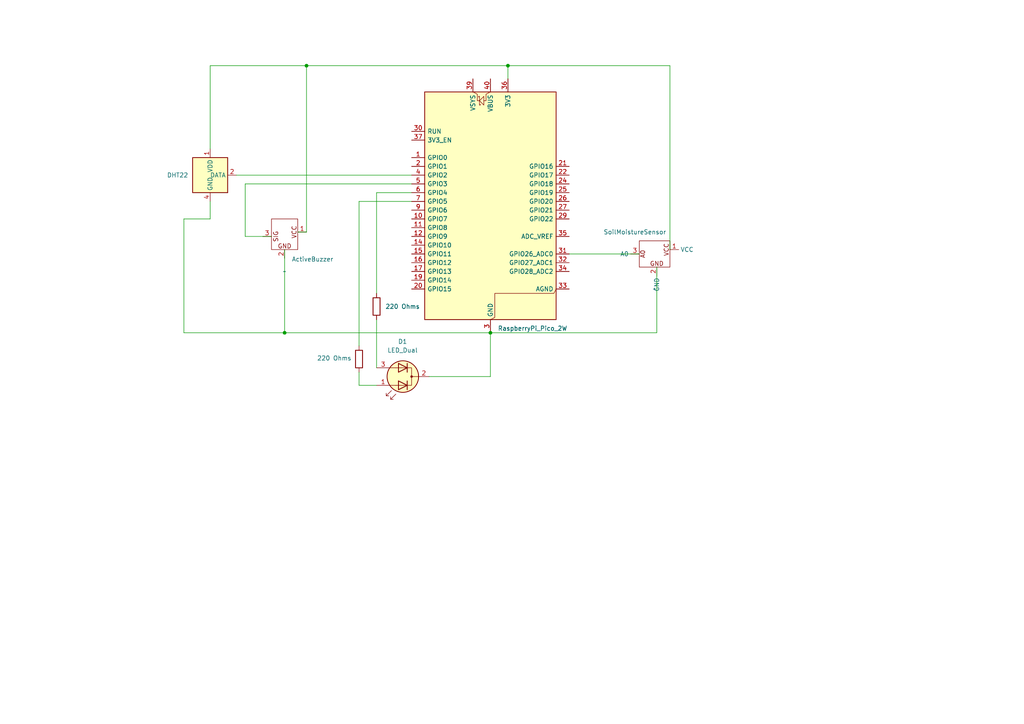
<source format=kicad_sch>
(kicad_sch
	(version 20250114)
	(generator "eeschema")
	(generator_version "9.0")
	(uuid "97066d96-3a5c-43ba-84c6-5717684edf6f")
	(paper "A4")
	(lib_symbols
		(symbol "Device:LED_Dual_AKA"
			(pin_names
				(offset 0)
				(hide yes)
			)
			(exclude_from_sim no)
			(in_bom yes)
			(on_board yes)
			(property "Reference" "D"
				(at 0 5.715 0)
				(effects
					(font
						(size 1.27 1.27)
					)
				)
			)
			(property "Value" "LED_Dual_AKA"
				(at 0 -6.35 0)
				(effects
					(font
						(size 1.27 1.27)
					)
				)
			)
			(property "Footprint" ""
				(at 0 0 0)
				(effects
					(font
						(size 1.27 1.27)
					)
					(hide yes)
				)
			)
			(property "Datasheet" "~"
				(at 0 0 0)
				(effects
					(font
						(size 1.27 1.27)
					)
					(hide yes)
				)
			)
			(property "Description" "Dual LED, common cathode on pin 2"
				(at 0 0 0)
				(effects
					(font
						(size 1.27 1.27)
					)
					(hide yes)
				)
			)
			(property "ki_keywords" "LED diode bicolor dual"
				(at 0 0 0)
				(effects
					(font
						(size 1.27 1.27)
					)
					(hide yes)
				)
			)
			(property "ki_fp_filters" "LED* LED_SMD:* LED_THT:*"
				(at 0 0 0)
				(effects
					(font
						(size 1.27 1.27)
					)
					(hide yes)
				)
			)
			(symbol "LED_Dual_AKA_0_1"
				(polyline
					(pts
						(xy -4.572 0) (xy -2.54 0)
					)
					(stroke
						(width 0)
						(type default)
					)
					(fill
						(type none)
					)
				)
				(circle
					(center -2.54 0)
					(radius 0.2794)
					(stroke
						(width 0)
						(type default)
					)
					(fill
						(type outline)
					)
				)
				(polyline
					(pts
						(xy -1.27 1.27) (xy -1.27 3.81)
					)
					(stroke
						(width 0.254)
						(type default)
					)
					(fill
						(type none)
					)
				)
				(polyline
					(pts
						(xy -1.27 -1.27) (xy -1.27 -3.81)
					)
					(stroke
						(width 0.254)
						(type default)
					)
					(fill
						(type none)
					)
				)
				(circle
					(center 0 0)
					(radius 4.572)
					(stroke
						(width 0.254)
						(type default)
					)
					(fill
						(type background)
					)
				)
				(polyline
					(pts
						(xy 1.27 1.27) (xy 1.27 3.81) (xy -1.27 2.54) (xy 1.27 1.27)
					)
					(stroke
						(width 0.254)
						(type default)
					)
					(fill
						(type none)
					)
				)
				(polyline
					(pts
						(xy 1.27 -3.81) (xy 1.27 -1.27) (xy -1.27 -2.54) (xy 1.27 -3.81)
					)
					(stroke
						(width 0.254)
						(type default)
					)
					(fill
						(type none)
					)
				)
				(polyline
					(pts
						(xy 2.032 5.08) (xy 3.556 6.604) (xy 2.794 6.604) (xy 3.556 6.604) (xy 3.556 5.842)
					)
					(stroke
						(width 0)
						(type default)
					)
					(fill
						(type none)
					)
				)
				(polyline
					(pts
						(xy 2.032 2.54) (xy -2.54 2.54) (xy -2.54 -2.54) (xy 2.032 -2.54)
					)
					(stroke
						(width 0)
						(type default)
					)
					(fill
						(type none)
					)
				)
				(polyline
					(pts
						(xy 3.302 4.064) (xy 4.826 5.588) (xy 4.064 5.588) (xy 4.826 5.588) (xy 4.826 4.826)
					)
					(stroke
						(width 0)
						(type default)
					)
					(fill
						(type none)
					)
				)
				(polyline
					(pts
						(xy 3.81 2.54) (xy 1.905 2.54)
					)
					(stroke
						(width 0)
						(type default)
					)
					(fill
						(type none)
					)
				)
				(polyline
					(pts
						(xy 3.81 -2.54) (xy 1.905 -2.54)
					)
					(stroke
						(width 0)
						(type default)
					)
					(fill
						(type none)
					)
				)
			)
			(symbol "LED_Dual_AKA_1_1"
				(pin input line
					(at -7.62 0 0)
					(length 3.048)
					(name "K"
						(effects
							(font
								(size 1.27 1.27)
							)
						)
					)
					(number "2"
						(effects
							(font
								(size 1.27 1.27)
							)
						)
					)
				)
				(pin input line
					(at 7.62 2.54 180)
					(length 3.81)
					(name "A1"
						(effects
							(font
								(size 1.27 1.27)
							)
						)
					)
					(number "1"
						(effects
							(font
								(size 1.27 1.27)
							)
						)
					)
				)
				(pin input line
					(at 7.62 -2.54 180)
					(length 3.81)
					(name "A2"
						(effects
							(font
								(size 1.27 1.27)
							)
						)
					)
					(number "3"
						(effects
							(font
								(size 1.27 1.27)
							)
						)
					)
				)
			)
			(embedded_fonts no)
		)
		(symbol "Device:R"
			(pin_numbers
				(hide yes)
			)
			(pin_names
				(offset 0)
			)
			(exclude_from_sim no)
			(in_bom yes)
			(on_board yes)
			(property "Reference" "R"
				(at 2.032 0 90)
				(effects
					(font
						(size 1.27 1.27)
					)
				)
			)
			(property "Value" "R"
				(at 0 0 90)
				(effects
					(font
						(size 1.27 1.27)
					)
				)
			)
			(property "Footprint" ""
				(at -1.778 0 90)
				(effects
					(font
						(size 1.27 1.27)
					)
					(hide yes)
				)
			)
			(property "Datasheet" "~"
				(at 0 0 0)
				(effects
					(font
						(size 1.27 1.27)
					)
					(hide yes)
				)
			)
			(property "Description" "Resistor"
				(at 0 0 0)
				(effects
					(font
						(size 1.27 1.27)
					)
					(hide yes)
				)
			)
			(property "ki_keywords" "R res resistor"
				(at 0 0 0)
				(effects
					(font
						(size 1.27 1.27)
					)
					(hide yes)
				)
			)
			(property "ki_fp_filters" "R_*"
				(at 0 0 0)
				(effects
					(font
						(size 1.27 1.27)
					)
					(hide yes)
				)
			)
			(symbol "R_0_1"
				(rectangle
					(start -1.016 -2.54)
					(end 1.016 2.54)
					(stroke
						(width 0.254)
						(type default)
					)
					(fill
						(type none)
					)
				)
			)
			(symbol "R_1_1"
				(pin passive line
					(at 0 3.81 270)
					(length 1.27)
					(name "~"
						(effects
							(font
								(size 1.27 1.27)
							)
						)
					)
					(number "1"
						(effects
							(font
								(size 1.27 1.27)
							)
						)
					)
				)
				(pin passive line
					(at 0 -3.81 90)
					(length 1.27)
					(name "~"
						(effects
							(font
								(size 1.27 1.27)
							)
						)
					)
					(number "2"
						(effects
							(font
								(size 1.27 1.27)
							)
						)
					)
				)
			)
			(embedded_fonts no)
		)
		(symbol "MCU_Module:RaspberryPi_Pico_W"
			(pin_names
				(offset 0.762)
			)
			(exclude_from_sim no)
			(in_bom yes)
			(on_board yes)
			(property "Reference" "A"
				(at -19.05 35.56 0)
				(effects
					(font
						(size 1.27 1.27)
					)
					(justify left)
				)
			)
			(property "Value" "RaspberryPi_Pico_W"
				(at 7.62 35.56 0)
				(effects
					(font
						(size 1.27 1.27)
					)
					(justify left)
				)
			)
			(property "Footprint" "Module:RaspberryPi_Pico_W_SMD_HandSolder"
				(at 0 -46.99 0)
				(effects
					(font
						(size 1.27 1.27)
					)
					(hide yes)
				)
			)
			(property "Datasheet" "https://datasheets.raspberrypi.com/picow/pico-w-datasheet.pdf"
				(at 0 -49.53 0)
				(effects
					(font
						(size 1.27 1.27)
					)
					(hide yes)
				)
			)
			(property "Description" "Versatile and inexpensive wireless microcontroller module powered by RP2040 dual-core Arm Cortex-M0+ processor up to 133 MHz, 264kB SRAM, 2MB QSPI flash, Infineon CYW43439 2.4GHz 802.11n wireless LAN; also supports Raspberry Pi Pico 2 W"
				(at 0 -52.07 0)
				(effects
					(font
						(size 1.27 1.27)
					)
					(hide yes)
				)
			)
			(property "ki_keywords" "RP2350A M33 RISC-V Hazard3 usb wifi bluetooth"
				(at 0 0 0)
				(effects
					(font
						(size 1.27 1.27)
					)
					(hide yes)
				)
			)
			(property "ki_fp_filters" "RaspberryPi?Pico?Common* RaspberryPi?Pico?W?SMD*"
				(at 0 0 0)
				(effects
					(font
						(size 1.27 1.27)
					)
					(hide yes)
				)
			)
			(symbol "RaspberryPi_Pico_W_0_1"
				(rectangle
					(start -19.05 34.29)
					(end 19.05 -31.75)
					(stroke
						(width 0.254)
						(type default)
					)
					(fill
						(type background)
					)
				)
				(polyline
					(pts
						(xy -5.08 34.29) (xy -3.81 33.655) (xy -3.81 31.75) (xy -3.175 31.75)
					)
					(stroke
						(width 0)
						(type default)
					)
					(fill
						(type none)
					)
				)
				(polyline
					(pts
						(xy -3.429 32.766) (xy -3.429 33.02) (xy -3.175 33.02) (xy -3.175 30.48) (xy -2.921 30.48) (xy -2.921 30.734)
					)
					(stroke
						(width 0)
						(type default)
					)
					(fill
						(type none)
					)
				)
				(polyline
					(pts
						(xy -3.175 31.75) (xy -1.905 33.02) (xy -1.905 30.48) (xy -3.175 31.75)
					)
					(stroke
						(width 0)
						(type default)
					)
					(fill
						(type none)
					)
				)
				(polyline
					(pts
						(xy 0 34.29) (xy -1.27 33.655) (xy -1.27 31.75) (xy -1.905 31.75)
					)
					(stroke
						(width 0)
						(type default)
					)
					(fill
						(type none)
					)
				)
				(polyline
					(pts
						(xy 0 -31.75) (xy 1.27 -31.115) (xy 1.27 -24.13) (xy 18.415 -24.13) (xy 19.05 -22.86)
					)
					(stroke
						(width 0)
						(type default)
					)
					(fill
						(type none)
					)
				)
			)
			(symbol "RaspberryPi_Pico_W_1_1"
				(pin passive line
					(at -22.86 22.86 0)
					(length 3.81)
					(name "RUN"
						(effects
							(font
								(size 1.27 1.27)
							)
						)
					)
					(number "30"
						(effects
							(font
								(size 1.27 1.27)
							)
						)
					)
					(alternate "~{RESET}" passive line)
				)
				(pin passive line
					(at -22.86 20.32 0)
					(length 3.81)
					(name "3V3_EN"
						(effects
							(font
								(size 1.27 1.27)
							)
						)
					)
					(number "37"
						(effects
							(font
								(size 1.27 1.27)
							)
						)
					)
					(alternate "~{3V3_DISABLE}" passive line)
				)
				(pin bidirectional line
					(at -22.86 15.24 0)
					(length 3.81)
					(name "GPIO0"
						(effects
							(font
								(size 1.27 1.27)
							)
						)
					)
					(number "1"
						(effects
							(font
								(size 1.27 1.27)
							)
						)
					)
					(alternate "I2C0_SDA" bidirectional line)
					(alternate "PWM0_A" output line)
					(alternate "SPI0_RX" input line)
					(alternate "UART0_TX" output line)
					(alternate "USB_OVCUR_DET" input line)
				)
				(pin bidirectional line
					(at -22.86 12.7 0)
					(length 3.81)
					(name "GPIO1"
						(effects
							(font
								(size 1.27 1.27)
							)
						)
					)
					(number "2"
						(effects
							(font
								(size 1.27 1.27)
							)
						)
					)
					(alternate "I2C0_SCL" bidirectional clock)
					(alternate "PWM0_B" bidirectional line)
					(alternate "UART0_RX" input line)
					(alternate "USB_VBUS_DET" passive line)
					(alternate "~{SPI0_CSn}" bidirectional line)
				)
				(pin bidirectional line
					(at -22.86 10.16 0)
					(length 3.81)
					(name "GPIO2"
						(effects
							(font
								(size 1.27 1.27)
							)
						)
					)
					(number "4"
						(effects
							(font
								(size 1.27 1.27)
							)
						)
					)
					(alternate "I2C1_SDA" bidirectional line)
					(alternate "PWM1_A" output line)
					(alternate "SPI0_SCK" bidirectional clock)
					(alternate "UART0_CTS" input line)
					(alternate "USB_VBUS_EN" output line)
				)
				(pin bidirectional line
					(at -22.86 7.62 0)
					(length 3.81)
					(name "GPIO3"
						(effects
							(font
								(size 1.27 1.27)
							)
						)
					)
					(number "5"
						(effects
							(font
								(size 1.27 1.27)
							)
						)
					)
					(alternate "I2C1_SCL" bidirectional clock)
					(alternate "PWM1_B" bidirectional line)
					(alternate "SPI0_TX" output line)
					(alternate "UART0_RTS" output line)
					(alternate "USB_OVCUR_DET" input line)
				)
				(pin bidirectional line
					(at -22.86 5.08 0)
					(length 3.81)
					(name "GPIO4"
						(effects
							(font
								(size 1.27 1.27)
							)
						)
					)
					(number "6"
						(effects
							(font
								(size 1.27 1.27)
							)
						)
					)
					(alternate "I2C0_SDA" bidirectional line)
					(alternate "PWM2_A" output line)
					(alternate "SPI0_RX" input line)
					(alternate "UART1_TX" output line)
					(alternate "USB_VBUS_DET" input line)
				)
				(pin bidirectional line
					(at -22.86 2.54 0)
					(length 3.81)
					(name "GPIO5"
						(effects
							(font
								(size 1.27 1.27)
							)
						)
					)
					(number "7"
						(effects
							(font
								(size 1.27 1.27)
							)
						)
					)
					(alternate "I2C0_SCL" bidirectional clock)
					(alternate "PWM2_B" bidirectional line)
					(alternate "UART1_RX" input line)
					(alternate "USB_VBUS_EN" output line)
					(alternate "~{SPI0_CSn}" bidirectional line)
				)
				(pin bidirectional line
					(at -22.86 0 0)
					(length 3.81)
					(name "GPIO6"
						(effects
							(font
								(size 1.27 1.27)
							)
						)
					)
					(number "9"
						(effects
							(font
								(size 1.27 1.27)
							)
						)
					)
					(alternate "I2C1_SDA" bidirectional line)
					(alternate "PWM3_A" output line)
					(alternate "SPI0_SCK" bidirectional clock)
					(alternate "UART1_CTS" input line)
					(alternate "USB_OVCUR_DET" input line)
				)
				(pin bidirectional line
					(at -22.86 -2.54 0)
					(length 3.81)
					(name "GPIO7"
						(effects
							(font
								(size 1.27 1.27)
							)
						)
					)
					(number "10"
						(effects
							(font
								(size 1.27 1.27)
							)
						)
					)
					(alternate "I2C1_SCL" bidirectional clock)
					(alternate "PWM3_B" bidirectional line)
					(alternate "SPI0_TX" output line)
					(alternate "UART1_RTS" output line)
					(alternate "USB_VBUS_DET" input line)
				)
				(pin bidirectional line
					(at -22.86 -5.08 0)
					(length 3.81)
					(name "GPIO8"
						(effects
							(font
								(size 1.27 1.27)
							)
						)
					)
					(number "11"
						(effects
							(font
								(size 1.27 1.27)
							)
						)
					)
					(alternate "I2C0_SDA" bidirectional line)
					(alternate "PWM4_A" output line)
					(alternate "SPI1_RX" input line)
					(alternate "UART1_TX" output line)
					(alternate "USB_VBUS_EN" output line)
				)
				(pin bidirectional line
					(at -22.86 -7.62 0)
					(length 3.81)
					(name "GPIO9"
						(effects
							(font
								(size 1.27 1.27)
							)
						)
					)
					(number "12"
						(effects
							(font
								(size 1.27 1.27)
							)
						)
					)
					(alternate "I2C0_SCL" bidirectional clock)
					(alternate "PWM4_B" bidirectional line)
					(alternate "UART1_RX" input line)
					(alternate "USB_OVCUR_DET" input line)
					(alternate "~{SPI1_CSn}" bidirectional line)
				)
				(pin bidirectional line
					(at -22.86 -10.16 0)
					(length 3.81)
					(name "GPIO10"
						(effects
							(font
								(size 1.27 1.27)
							)
						)
					)
					(number "14"
						(effects
							(font
								(size 1.27 1.27)
							)
						)
					)
					(alternate "I2C1_SDA" bidirectional line)
					(alternate "PWM5_A" output line)
					(alternate "SPI1_SCK" bidirectional clock)
					(alternate "UART1_CTS" input line)
					(alternate "USB_VBUS_DET" input line)
				)
				(pin bidirectional line
					(at -22.86 -12.7 0)
					(length 3.81)
					(name "GPIO11"
						(effects
							(font
								(size 1.27 1.27)
							)
						)
					)
					(number "15"
						(effects
							(font
								(size 1.27 1.27)
							)
						)
					)
					(alternate "I2C1_SCL" bidirectional clock)
					(alternate "PWM5_B" bidirectional line)
					(alternate "SPI1_TX" output line)
					(alternate "UART1_RTS" output line)
					(alternate "USB_VBUS_EN" output line)
				)
				(pin bidirectional line
					(at -22.86 -15.24 0)
					(length 3.81)
					(name "GPIO12"
						(effects
							(font
								(size 1.27 1.27)
							)
						)
					)
					(number "16"
						(effects
							(font
								(size 1.27 1.27)
							)
						)
					)
					(alternate "I2C0_SDA" bidirectional line)
					(alternate "PWM6_A" output line)
					(alternate "SPI1_RX" input line)
					(alternate "UART0_TX" output line)
					(alternate "USB_OVCUR_DET" input line)
				)
				(pin bidirectional line
					(at -22.86 -17.78 0)
					(length 3.81)
					(name "GPIO13"
						(effects
							(font
								(size 1.27 1.27)
							)
						)
					)
					(number "17"
						(effects
							(font
								(size 1.27 1.27)
							)
						)
					)
					(alternate "I2C0_SCL" bidirectional clock)
					(alternate "PWM6_B" bidirectional line)
					(alternate "UART0_RX" input line)
					(alternate "USB_VBUS_DET" input line)
					(alternate "~{SPI1_CSn}" bidirectional line)
				)
				(pin bidirectional line
					(at -22.86 -20.32 0)
					(length 3.81)
					(name "GPIO14"
						(effects
							(font
								(size 1.27 1.27)
							)
						)
					)
					(number "19"
						(effects
							(font
								(size 1.27 1.27)
							)
						)
					)
					(alternate "I2C1_SDA" bidirectional line)
					(alternate "PWM7_A" output line)
					(alternate "SPI1_SCK" bidirectional clock)
					(alternate "UART0_CTS" input line)
					(alternate "USB_VBUS_EN" output line)
				)
				(pin bidirectional line
					(at -22.86 -22.86 0)
					(length 3.81)
					(name "GPIO15"
						(effects
							(font
								(size 1.27 1.27)
							)
						)
					)
					(number "20"
						(effects
							(font
								(size 1.27 1.27)
							)
						)
					)
					(alternate "I2C1_SCL" bidirectional clock)
					(alternate "PWM7_B" bidirectional line)
					(alternate "SPI1_TX" output line)
					(alternate "UART0_RTS" output line)
					(alternate "USB_OVCUR_DET" input line)
				)
				(pin power_in line
					(at -5.08 38.1 270)
					(length 3.81)
					(name "VSYS"
						(effects
							(font
								(size 1.27 1.27)
							)
						)
					)
					(number "39"
						(effects
							(font
								(size 1.27 1.27)
							)
						)
					)
					(alternate "VSYS_OUT" power_out line)
				)
				(pin power_out line
					(at 0 38.1 270)
					(length 3.81)
					(name "VBUS"
						(effects
							(font
								(size 1.27 1.27)
							)
						)
					)
					(number "40"
						(effects
							(font
								(size 1.27 1.27)
							)
						)
					)
					(alternate "VBUS_IN" power_in line)
				)
				(pin passive line
					(at 0 -35.56 90)
					(length 3.81)
					(hide yes)
					(name "GND"
						(effects
							(font
								(size 1.27 1.27)
							)
						)
					)
					(number "13"
						(effects
							(font
								(size 1.27 1.27)
							)
						)
					)
				)
				(pin passive line
					(at 0 -35.56 90)
					(length 3.81)
					(hide yes)
					(name "GND"
						(effects
							(font
								(size 1.27 1.27)
							)
						)
					)
					(number "18"
						(effects
							(font
								(size 1.27 1.27)
							)
						)
					)
				)
				(pin passive line
					(at 0 -35.56 90)
					(length 3.81)
					(hide yes)
					(name "GND"
						(effects
							(font
								(size 1.27 1.27)
							)
						)
					)
					(number "23"
						(effects
							(font
								(size 1.27 1.27)
							)
						)
					)
				)
				(pin passive line
					(at 0 -35.56 90)
					(length 3.81)
					(hide yes)
					(name "GND"
						(effects
							(font
								(size 1.27 1.27)
							)
						)
					)
					(number "28"
						(effects
							(font
								(size 1.27 1.27)
							)
						)
					)
				)
				(pin power_out line
					(at 0 -35.56 90)
					(length 3.81)
					(name "GND"
						(effects
							(font
								(size 1.27 1.27)
							)
						)
					)
					(number "3"
						(effects
							(font
								(size 1.27 1.27)
							)
						)
					)
					(alternate "GND_IN" power_in line)
				)
				(pin passive line
					(at 0 -35.56 90)
					(length 3.81)
					(hide yes)
					(name "GND"
						(effects
							(font
								(size 1.27 1.27)
							)
						)
					)
					(number "38"
						(effects
							(font
								(size 1.27 1.27)
							)
						)
					)
				)
				(pin passive line
					(at 0 -35.56 90)
					(length 3.81)
					(hide yes)
					(name "GND"
						(effects
							(font
								(size 1.27 1.27)
							)
						)
					)
					(number "8"
						(effects
							(font
								(size 1.27 1.27)
							)
						)
					)
				)
				(pin power_out line
					(at 5.08 38.1 270)
					(length 3.81)
					(name "3V3"
						(effects
							(font
								(size 1.27 1.27)
							)
						)
					)
					(number "36"
						(effects
							(font
								(size 1.27 1.27)
							)
						)
					)
				)
				(pin bidirectional line
					(at 22.86 12.7 180)
					(length 3.81)
					(name "GPIO16"
						(effects
							(font
								(size 1.27 1.27)
							)
						)
					)
					(number "21"
						(effects
							(font
								(size 1.27 1.27)
							)
						)
					)
					(alternate "I2C0_SDA" bidirectional line)
					(alternate "PWM0_A" output line)
					(alternate "SPI0_RX" input line)
					(alternate "UART0_TX" output line)
					(alternate "USB_VBUS_DET" input line)
				)
				(pin bidirectional line
					(at 22.86 10.16 180)
					(length 3.81)
					(name "GPIO17"
						(effects
							(font
								(size 1.27 1.27)
							)
						)
					)
					(number "22"
						(effects
							(font
								(size 1.27 1.27)
							)
						)
					)
					(alternate "I2C0_SCL" bidirectional clock)
					(alternate "PWM0_B" bidirectional line)
					(alternate "UART0_RX" input line)
					(alternate "USB_VBUS_EN" output line)
					(alternate "~{SPI0_CSn}" bidirectional line)
				)
				(pin bidirectional line
					(at 22.86 7.62 180)
					(length 3.81)
					(name "GPIO18"
						(effects
							(font
								(size 1.27 1.27)
							)
						)
					)
					(number "24"
						(effects
							(font
								(size 1.27 1.27)
							)
						)
					)
					(alternate "I2C1_SDA" bidirectional line)
					(alternate "PWM1_A" output line)
					(alternate "SPI0_SCK" bidirectional clock)
					(alternate "UART0_CTS" input line)
					(alternate "USB_OVCUR_DET" input line)
				)
				(pin bidirectional line
					(at 22.86 5.08 180)
					(length 3.81)
					(name "GPIO19"
						(effects
							(font
								(size 1.27 1.27)
							)
						)
					)
					(number "25"
						(effects
							(font
								(size 1.27 1.27)
							)
						)
					)
					(alternate "I2C1_SCL" bidirectional clock)
					(alternate "PWM1_B" bidirectional line)
					(alternate "SPI0_TX" output line)
					(alternate "UART0_RTS" output line)
					(alternate "USB_VBUS_DET" input line)
				)
				(pin bidirectional line
					(at 22.86 2.54 180)
					(length 3.81)
					(name "GPIO20"
						(effects
							(font
								(size 1.27 1.27)
							)
						)
					)
					(number "26"
						(effects
							(font
								(size 1.27 1.27)
							)
						)
					)
					(alternate "CLOCK_GPIN0" input clock)
					(alternate "I2C0_SDA" bidirectional line)
					(alternate "PWM2_A" output line)
					(alternate "SPI0_RX" input line)
					(alternate "UART1_TX" output line)
					(alternate "USB_VBUS_EN" output line)
				)
				(pin bidirectional line
					(at 22.86 0 180)
					(length 3.81)
					(name "GPIO21"
						(effects
							(font
								(size 1.27 1.27)
							)
						)
					)
					(number "27"
						(effects
							(font
								(size 1.27 1.27)
							)
						)
					)
					(alternate "CLOCK_GPOUT0" output clock)
					(alternate "I2C0_SCL" bidirectional clock)
					(alternate "PWM2_B" bidirectional line)
					(alternate "UART1_RX" input line)
					(alternate "USB_OVCUR_DET" input line)
					(alternate "~{SPI0_CSn}" bidirectional line)
				)
				(pin bidirectional line
					(at 22.86 -2.54 180)
					(length 3.81)
					(name "GPIO22"
						(effects
							(font
								(size 1.27 1.27)
							)
						)
					)
					(number "29"
						(effects
							(font
								(size 1.27 1.27)
							)
						)
					)
					(alternate "CLOCK_GPIN1" input clock)
					(alternate "I2C1_SDA" bidirectional line)
					(alternate "PWM3_A" output line)
					(alternate "SPI0_SCK" bidirectional clock)
					(alternate "UART1_CTS" input line)
					(alternate "USB_VBUS_DET" input line)
				)
				(pin power_in line
					(at 22.86 -7.62 180)
					(length 3.81)
					(name "ADC_VREF"
						(effects
							(font
								(size 1.27 1.27)
							)
						)
					)
					(number "35"
						(effects
							(font
								(size 1.27 1.27)
							)
						)
					)
				)
				(pin bidirectional line
					(at 22.86 -12.7 180)
					(length 3.81)
					(name "GPIO26_ADC0"
						(effects
							(font
								(size 1.27 1.27)
							)
						)
					)
					(number "31"
						(effects
							(font
								(size 1.27 1.27)
							)
						)
					)
					(alternate "ADC0" input line)
					(alternate "GPIO26" bidirectional line)
					(alternate "I2C1_SDA" bidirectional line)
					(alternate "PWM5_A" output line)
					(alternate "SPI1_SCK" bidirectional clock)
					(alternate "UART1_CTS" input line)
					(alternate "USB_VBUS_EN" output line)
				)
				(pin bidirectional line
					(at 22.86 -15.24 180)
					(length 3.81)
					(name "GPIO27_ADC1"
						(effects
							(font
								(size 1.27 1.27)
							)
						)
					)
					(number "32"
						(effects
							(font
								(size 1.27 1.27)
							)
						)
					)
					(alternate "ADC1" input line)
					(alternate "GPIO27" bidirectional line)
					(alternate "I2C1_SCL" bidirectional clock)
					(alternate "PWM5_B" bidirectional line)
					(alternate "SPI1_TX" output line)
					(alternate "UART1_RTS" output line)
					(alternate "USB_OVCUR_DET" input line)
				)
				(pin bidirectional line
					(at 22.86 -17.78 180)
					(length 3.81)
					(name "GPIO28_ADC2"
						(effects
							(font
								(size 1.27 1.27)
							)
						)
					)
					(number "34"
						(effects
							(font
								(size 1.27 1.27)
							)
						)
					)
					(alternate "ADC2" input line)
					(alternate "GPIO28" bidirectional line)
					(alternate "I2C0_SDA" bidirectional line)
					(alternate "PWM6_A" output line)
					(alternate "SPI1_RX" input line)
					(alternate "UART0_TX" output line)
					(alternate "USB_VBUS_DET" input line)
				)
				(pin power_out line
					(at 22.86 -22.86 180)
					(length 3.81)
					(name "AGND"
						(effects
							(font
								(size 1.27 1.27)
							)
						)
					)
					(number "33"
						(effects
							(font
								(size 1.27 1.27)
							)
						)
					)
					(alternate "GND" passive line)
				)
			)
			(embedded_fonts no)
		)
		(symbol "Sensor:DHT11"
			(exclude_from_sim no)
			(in_bom yes)
			(on_board yes)
			(property "Reference" "U"
				(at -3.81 6.35 0)
				(effects
					(font
						(size 1.27 1.27)
					)
				)
			)
			(property "Value" "DHT11"
				(at 3.81 6.35 0)
				(effects
					(font
						(size 1.27 1.27)
					)
				)
			)
			(property "Footprint" "Sensor:Aosong_DHT11_5.5x12.0_P2.54mm"
				(at 0 -10.16 0)
				(effects
					(font
						(size 1.27 1.27)
					)
					(hide yes)
				)
			)
			(property "Datasheet" "http://akizukidenshi.com/download/ds/aosong/DHT11.pdf"
				(at 3.81 6.35 0)
				(effects
					(font
						(size 1.27 1.27)
					)
					(hide yes)
				)
			)
			(property "Description" "3.3V to 5.5V, temperature and humidity module, DHT11"
				(at 0 0 0)
				(effects
					(font
						(size 1.27 1.27)
					)
					(hide yes)
				)
			)
			(property "ki_keywords" "digital sensor"
				(at 0 0 0)
				(effects
					(font
						(size 1.27 1.27)
					)
					(hide yes)
				)
			)
			(property "ki_fp_filters" "Aosong*DHT11*5.5x12.0*P2.54mm*"
				(at 0 0 0)
				(effects
					(font
						(size 1.27 1.27)
					)
					(hide yes)
				)
			)
			(symbol "DHT11_0_1"
				(rectangle
					(start -5.08 5.08)
					(end 5.08 -5.08)
					(stroke
						(width 0.254)
						(type default)
					)
					(fill
						(type background)
					)
				)
			)
			(symbol "DHT11_1_1"
				(pin no_connect line
					(at -5.08 0 0)
					(length 2.54)
					(hide yes)
					(name "NC"
						(effects
							(font
								(size 1.27 1.27)
							)
						)
					)
					(number "3"
						(effects
							(font
								(size 1.27 1.27)
							)
						)
					)
				)
				(pin power_in line
					(at 0 7.62 270)
					(length 2.54)
					(name "VDD"
						(effects
							(font
								(size 1.27 1.27)
							)
						)
					)
					(number "1"
						(effects
							(font
								(size 1.27 1.27)
							)
						)
					)
				)
				(pin power_in line
					(at 0 -7.62 90)
					(length 2.54)
					(name "GND"
						(effects
							(font
								(size 1.27 1.27)
							)
						)
					)
					(number "4"
						(effects
							(font
								(size 1.27 1.27)
							)
						)
					)
				)
				(pin bidirectional line
					(at 7.62 0 180)
					(length 2.54)
					(name "DATA"
						(effects
							(font
								(size 1.27 1.27)
							)
						)
					)
					(number "2"
						(effects
							(font
								(size 1.27 1.27)
							)
						)
					)
				)
			)
			(embedded_fonts no)
		)
		(symbol "fc-28:FC-28_Soil_Moisture_Sensor"
			(exclude_from_sim no)
			(in_bom yes)
			(on_board yes)
			(property "Reference" "U"
				(at 0 0 0)
				(effects
					(font
						(size 1.27 1.27)
					)
				)
			)
			(property "Value" ""
				(at 0 0 0)
				(effects
					(font
						(size 1.27 1.27)
					)
				)
			)
			(property "Footprint" ""
				(at 0 0 0)
				(effects
					(font
						(size 1.27 1.27)
					)
					(hide yes)
				)
			)
			(property "Datasheet" ""
				(at 0 0 0)
				(effects
					(font
						(size 1.27 1.27)
					)
					(hide yes)
				)
			)
			(property "Description" ""
				(at 0 0 0)
				(effects
					(font
						(size 1.27 1.27)
					)
					(hide yes)
				)
			)
			(symbol "FC-28_Soil_Moisture_Sensor_0_1"
				(rectangle
					(start 6.35 -2.54)
					(end -2.54 5.08)
					(stroke
						(width 0)
						(type default)
					)
					(fill
						(type none)
					)
				)
			)
			(symbol "FC-28_Soil_Moisture_Sensor_1_1"
				(text "A0"
					(at -1.524 1.27 900)
					(effects
						(font
							(size 1.27 1.27)
						)
					)
				)
				(text "GND"
					(at 2.54 -1.524 0)
					(effects
						(font
							(size 1.27 1.27)
						)
					)
				)
				(text "VCC"
					(at 5.334 2.54 900)
					(effects
						(font
							(size 1.27 1.27)
						)
					)
				)
				(pin input line
					(at -2.54 1.27 180)
					(length 2.54)
					(name "A0"
						(effects
							(font
								(size 1.27 1.27)
							)
						)
					)
					(number "3"
						(effects
							(font
								(size 1.27 1.27)
							)
						)
					)
				)
				(pin power_out line
					(at 2.54 -2.54 270)
					(length 2.54)
					(name "GND"
						(effects
							(font
								(size 1.27 1.27)
							)
						)
					)
					(number "2"
						(effects
							(font
								(size 1.27 1.27)
							)
						)
					)
				)
				(pin power_in line
					(at 6.35 2.54 0)
					(length 2.54)
					(name "VCC"
						(effects
							(font
								(size 1.27 1.27)
							)
						)
					)
					(number "1"
						(effects
							(font
								(size 1.27 1.27)
							)
						)
					)
				)
			)
			(embedded_fonts no)
		)
		(symbol "fc-28:active_buzzer"
			(pin_names
				(hide yes)
			)
			(exclude_from_sim no)
			(in_bom yes)
			(on_board yes)
			(property "Reference" "U"
				(at 0 0 0)
				(effects
					(font
						(size 1.27 1.27)
					)
				)
			)
			(property "Value" ""
				(at 0 0 0)
				(effects
					(font
						(size 1.27 1.27)
					)
				)
			)
			(property "Footprint" ""
				(at 0 0 0)
				(effects
					(font
						(size 1.27 1.27)
					)
					(hide yes)
				)
			)
			(property "Datasheet" ""
				(at 0 0 0)
				(effects
					(font
						(size 1.27 1.27)
					)
					(hide yes)
				)
			)
			(property "Description" ""
				(at 0 0 0)
				(effects
					(font
						(size 1.27 1.27)
					)
					(hide yes)
				)
			)
			(symbol "active_buzzer_0_1"
				(rectangle
					(start -3.81 5.08)
					(end 3.81 -3.81)
					(stroke
						(width 0)
						(type default)
					)
					(fill
						(type none)
					)
				)
			)
			(symbol "active_buzzer_1_1"
				(text "SIG"
					(at -2.54 0 900)
					(effects
						(font
							(size 1.27 1.27)
						)
					)
				)
				(text "GND"
					(at 0 -2.794 0)
					(effects
						(font
							(size 1.27 1.27)
						)
					)
				)
				(text "VCC"
					(at 2.794 1.27 900)
					(effects
						(font
							(size 1.27 1.27)
						)
					)
				)
				(pin input line
					(at -3.81 0 180)
					(length 2.54)
					(name "Signal"
						(effects
							(font
								(size 1.27 1.27)
							)
						)
					)
					(number "3"
						(effects
							(font
								(size 1.27 1.27)
							)
						)
					)
				)
				(pin power_out line
					(at 0 -3.81 270)
					(length 2.54)
					(name "GND"
						(effects
							(font
								(size 1.27 1.27)
							)
						)
					)
					(number "2"
						(effects
							(font
								(size 1.27 1.27)
							)
						)
					)
				)
				(pin power_in line
					(at 3.81 1.27 0)
					(length 2.54)
					(name "VCC"
						(effects
							(font
								(size 1.27 1.27)
							)
						)
					)
					(number "1"
						(effects
							(font
								(size 1.27 1.27)
							)
						)
					)
				)
			)
			(embedded_fonts no)
		)
	)
	(junction
		(at 142.24 96.52)
		(diameter 0)
		(color 0 0 0 0)
		(uuid "51823a58-f331-41dc-9363-2a11948859e8")
	)
	(junction
		(at 147.32 19.05)
		(diameter 0)
		(color 0 0 0 0)
		(uuid "e3e3a4ca-6375-4360-b23f-a233ed3de0ab")
	)
	(junction
		(at 82.55 96.52)
		(diameter 0)
		(color 0 0 0 0)
		(uuid "e52978ab-cb2b-4422-bb8a-94ff4712993f")
	)
	(junction
		(at 88.9 19.05)
		(diameter 0)
		(color 0 0 0 0)
		(uuid "fdd81f0b-11a2-49d7-92b1-a48724ffa93b")
	)
	(wire
		(pts
			(xy 53.34 63.5) (xy 53.34 96.52)
		)
		(stroke
			(width 0)
			(type default)
		)
		(uuid "053bd41b-a373-4a2c-b3be-2074ce62c3aa")
	)
	(wire
		(pts
			(xy 88.9 19.05) (xy 88.9 67.31)
		)
		(stroke
			(width 0)
			(type default)
		)
		(uuid "05c69218-90e9-4179-99f7-ecba54c1d588")
	)
	(wire
		(pts
			(xy 71.12 68.58) (xy 78.74 68.58)
		)
		(stroke
			(width 0)
			(type default)
		)
		(uuid "17b58eb8-5759-4498-8000-2f3b7a216c40")
	)
	(wire
		(pts
			(xy 60.96 63.5) (xy 53.34 63.5)
		)
		(stroke
			(width 0)
			(type default)
		)
		(uuid "1d8e684e-e4b5-4670-a886-066407641a89")
	)
	(wire
		(pts
			(xy 60.96 19.05) (xy 60.96 43.18)
		)
		(stroke
			(width 0)
			(type default)
		)
		(uuid "1eea4e7d-3db2-4c78-9f4b-7749b5ab95af")
	)
	(wire
		(pts
			(xy 71.12 53.34) (xy 71.12 68.58)
		)
		(stroke
			(width 0)
			(type default)
		)
		(uuid "256cf5e1-40b7-4a48-9fa3-820fb1b468a7")
	)
	(wire
		(pts
			(xy 109.22 106.68) (xy 109.22 92.71)
		)
		(stroke
			(width 0)
			(type default)
		)
		(uuid "31a488b3-b8e9-4b54-968d-eea4bedf5444")
	)
	(wire
		(pts
			(xy 104.14 100.33) (xy 104.14 58.42)
		)
		(stroke
			(width 0)
			(type default)
		)
		(uuid "32cd8726-a600-4809-a9ac-cf3fa279cb91")
	)
	(wire
		(pts
			(xy 88.9 19.05) (xy 147.32 19.05)
		)
		(stroke
			(width 0)
			(type default)
		)
		(uuid "33dcebe6-5af1-4966-828c-09208d795590")
	)
	(wire
		(pts
			(xy 142.24 109.22) (xy 142.24 96.52)
		)
		(stroke
			(width 0)
			(type default)
		)
		(uuid "4350686e-fdac-4e2b-ac41-5f0d0dcd0be6")
	)
	(wire
		(pts
			(xy 119.38 53.34) (xy 71.12 53.34)
		)
		(stroke
			(width 0)
			(type default)
		)
		(uuid "441c7fab-0134-4ec6-a8d6-70d5016782fa")
	)
	(wire
		(pts
			(xy 68.58 50.8) (xy 119.38 50.8)
		)
		(stroke
			(width 0)
			(type default)
		)
		(uuid "47c8a941-c061-43b8-95cf-3b282c037b51")
	)
	(wire
		(pts
			(xy 53.34 96.52) (xy 82.55 96.52)
		)
		(stroke
			(width 0)
			(type default)
		)
		(uuid "486dce41-8136-433e-bc18-d6765bcec615")
	)
	(wire
		(pts
			(xy 109.22 85.09) (xy 109.22 55.88)
		)
		(stroke
			(width 0)
			(type default)
		)
		(uuid "4b65100d-0bd1-4e3e-90b2-7ae52f7f1a71")
	)
	(wire
		(pts
			(xy 88.9 67.31) (xy 86.36 67.31)
		)
		(stroke
			(width 0)
			(type default)
		)
		(uuid "4c21fb95-c89d-41bd-ba6b-1004ce4c0bb4")
	)
	(wire
		(pts
			(xy 60.96 58.42) (xy 60.96 63.5)
		)
		(stroke
			(width 0)
			(type default)
		)
		(uuid "62966bed-d78f-4b0c-a30a-2d962dee810e")
	)
	(wire
		(pts
			(xy 194.31 19.05) (xy 194.31 72.39)
		)
		(stroke
			(width 0)
			(type default)
		)
		(uuid "6bed1a12-af4b-4393-9eaf-0efd132c1a2c")
	)
	(wire
		(pts
			(xy 165.1 73.66) (xy 185.42 73.66)
		)
		(stroke
			(width 0)
			(type default)
		)
		(uuid "6cdb8ffa-4172-4009-b8d9-900ff5d13020")
	)
	(wire
		(pts
			(xy 109.22 55.88) (xy 119.38 55.88)
		)
		(stroke
			(width 0)
			(type default)
		)
		(uuid "8ca507da-d5bf-4a1a-9c2c-4c3dfdc70a8c")
	)
	(wire
		(pts
			(xy 147.32 22.86) (xy 147.32 19.05)
		)
		(stroke
			(width 0)
			(type default)
		)
		(uuid "946689c9-a0f6-4b51-8bc1-80a5250f3294")
	)
	(wire
		(pts
			(xy 104.14 111.76) (xy 104.14 107.95)
		)
		(stroke
			(width 0)
			(type default)
		)
		(uuid "94bb5432-861b-4df2-9f13-c5afcf9abb4b")
	)
	(wire
		(pts
			(xy 60.96 19.05) (xy 88.9 19.05)
		)
		(stroke
			(width 0)
			(type default)
		)
		(uuid "9b4b2bd0-6f86-4e6d-b79f-72b1490c4a71")
	)
	(wire
		(pts
			(xy 109.22 111.76) (xy 104.14 111.76)
		)
		(stroke
			(width 0)
			(type default)
		)
		(uuid "a27fe6f3-f9b8-4d8b-b3c6-841d1f6f847b")
	)
	(wire
		(pts
			(xy 82.55 72.39) (xy 82.55 96.52)
		)
		(stroke
			(width 0)
			(type default)
		)
		(uuid "b3aad483-1d3c-43d0-841a-25a4e73e328d")
	)
	(wire
		(pts
			(xy 82.55 96.52) (xy 142.24 96.52)
		)
		(stroke
			(width 0)
			(type default)
		)
		(uuid "b93ec3e2-079e-4ee9-8002-ad95341aa1b2")
	)
	(wire
		(pts
			(xy 124.46 109.22) (xy 142.24 109.22)
		)
		(stroke
			(width 0)
			(type default)
		)
		(uuid "bded59d0-e027-4fd1-84ac-2c8ec83d4b95")
	)
	(wire
		(pts
			(xy 147.32 19.05) (xy 194.31 19.05)
		)
		(stroke
			(width 0)
			(type default)
		)
		(uuid "bf316f36-5a8c-43b4-b3ff-aa18a9bc20ab")
	)
	(wire
		(pts
			(xy 190.5 96.52) (xy 142.24 96.52)
		)
		(stroke
			(width 0)
			(type default)
		)
		(uuid "ef1186b0-ac51-4504-8fe5-48a274bf469e")
	)
	(wire
		(pts
			(xy 190.5 77.47) (xy 190.5 96.52)
		)
		(stroke
			(width 0)
			(type default)
		)
		(uuid "f78dd83b-15e0-4a39-9a86-bd137b0e22f2")
	)
	(wire
		(pts
			(xy 104.14 58.42) (xy 119.38 58.42)
		)
		(stroke
			(width 0)
			(type default)
		)
		(uuid "fc2674ca-38cf-4675-8f6a-f3e80d12a235")
	)
	(symbol
		(lib_id "MCU_Module:RaspberryPi_Pico_W")
		(at 142.24 60.96 0)
		(unit 1)
		(exclude_from_sim no)
		(in_bom yes)
		(on_board yes)
		(dnp no)
		(fields_autoplaced yes)
		(uuid "12a89b54-a5ba-430f-af2c-76625bb1d7d8")
		(property "Reference" "A1"
			(at 144.3833 95.25 0)
			(effects
				(font
					(size 1.27 1.27)
				)
				(justify left)
				(hide yes)
			)
		)
		(property "Value" "RaspberryPi_Pico_2W"
			(at 144.3833 95.25 0)
			(effects
				(font
					(size 1.27 1.27)
				)
				(justify left)
			)
		)
		(property "Footprint" "Module:RaspberryPi_Pico_W_SMD_HandSolder"
			(at 142.24 107.95 0)
			(effects
				(font
					(size 1.27 1.27)
				)
				(hide yes)
			)
		)
		(property "Datasheet" "https://datasheets.raspberrypi.com/picow/pico-w-datasheet.pdf"
			(at 142.24 110.49 0)
			(effects
				(font
					(size 1.27 1.27)
				)
				(hide yes)
			)
		)
		(property "Description" "Versatile and inexpensive wireless microcontroller module powered by RP2040 dual-core Arm Cortex-M0+ processor up to 133 MHz, 264kB SRAM, 2MB QSPI flash, Infineon CYW43439 2.4GHz 802.11n wireless LAN; also supports Raspberry Pi Pico 2 W"
			(at 142.24 113.03 0)
			(effects
				(font
					(size 1.27 1.27)
				)
				(hide yes)
			)
		)
		(pin "30"
			(uuid "c17a49ca-595f-4198-8572-e2d41911f9d1")
		)
		(pin "16"
			(uuid "6c001ffb-353f-4835-a393-b57999117520")
		)
		(pin "39"
			(uuid "8c265e15-13a9-453d-936b-f44436c88fea")
		)
		(pin "38"
			(uuid "477400fe-9bf9-4917-85dd-8a1316cd4293")
		)
		(pin "36"
			(uuid "2971b702-5cfe-4b7c-9af3-53137c4dc1c8")
		)
		(pin "11"
			(uuid "c664e835-b26f-4a77-8946-e94c97cfbfe6")
		)
		(pin "24"
			(uuid "3d8fe200-6710-40e0-9942-f76754cd1ccc")
		)
		(pin "7"
			(uuid "c4f0d6a6-af43-4d7a-8d7e-61bf9ec0b471")
		)
		(pin "9"
			(uuid "a2d18043-8e9e-4fff-9239-b6396dffe947")
		)
		(pin "5"
			(uuid "b9b07875-d9a7-411e-9fc9-80794bd3b83b")
		)
		(pin "2"
			(uuid "32551ae4-27c9-4415-90ec-c0f946d0e52e")
		)
		(pin "18"
			(uuid "64023598-4831-4dcc-96ae-15ce82ec9795")
		)
		(pin "23"
			(uuid "bbac8c18-f005-4c10-8e63-957b5fa0e995")
		)
		(pin "15"
			(uuid "a73ae81c-6f79-4486-8043-58a8355046f8")
		)
		(pin "12"
			(uuid "05260e96-a75a-4736-9701-92e16939188c")
		)
		(pin "6"
			(uuid "973f1c80-144c-41f9-bd02-cd39286e2a0f")
		)
		(pin "14"
			(uuid "4bcd07c0-d191-4a71-8114-32e72409f9b8")
		)
		(pin "13"
			(uuid "53c2ea27-9046-42d1-a14d-5e7a35adb3fd")
		)
		(pin "1"
			(uuid "65828c3e-d1ee-464a-b73b-bf9442f31e50")
		)
		(pin "4"
			(uuid "f5355213-5c78-4cfd-b6da-7f231f6789cc")
		)
		(pin "10"
			(uuid "f9cc2b22-1eb5-4edd-bc5e-7a5c2dc0fd34")
		)
		(pin "17"
			(uuid "1b393623-0613-4787-8a6b-272fa0cf04b0")
		)
		(pin "19"
			(uuid "211d8256-35b3-432f-b988-0ac6c2f58c6b")
		)
		(pin "37"
			(uuid "dab59d79-4138-487c-bf92-4b8435110519")
		)
		(pin "20"
			(uuid "7fa60afc-847f-4ca2-af39-83154fba8431")
		)
		(pin "40"
			(uuid "05f7b249-f2d9-4433-a3f7-42221c23bfa8")
		)
		(pin "28"
			(uuid "127a1084-7cfe-47e1-9a3d-092f0875e1c9")
		)
		(pin "3"
			(uuid "4762be60-3bd0-424c-b208-cae321c2503e")
		)
		(pin "8"
			(uuid "6c54f853-0878-4eb4-afd6-15deb1b77c01")
		)
		(pin "21"
			(uuid "b211f6ec-cbca-4255-82c1-17b01a4ce3ea")
		)
		(pin "22"
			(uuid "be753458-1c44-46ba-a5f7-351e7280e839")
		)
		(pin "27"
			(uuid "aa461a6c-a239-4438-b085-e1a49474aaec")
		)
		(pin "35"
			(uuid "0be97470-4e00-45dc-8d51-5505b3b272a8")
		)
		(pin "34"
			(uuid "b19d4bc4-9f8e-4c05-b709-98a480477f75")
		)
		(pin "33"
			(uuid "87d0f14c-7a29-4c61-96b0-6bd90a891aa6")
		)
		(pin "26"
			(uuid "ec60d03d-dfe6-4d9a-8776-7484e43cf06e")
		)
		(pin "31"
			(uuid "8175ef94-4643-4edf-ae34-2c1e1f49a482")
		)
		(pin "29"
			(uuid "045a883e-5cc0-41da-a5c4-41150f6982fa")
		)
		(pin "25"
			(uuid "eb66b9a7-487c-456b-83c6-15b26c5797f4")
		)
		(pin "32"
			(uuid "ab315ba9-2ae1-4723-bcbb-3eb54bf010b8")
		)
		(instances
			(project ""
				(path "/97066d96-3a5c-43ba-84c6-5717684edf6f"
					(reference "A1")
					(unit 1)
				)
			)
		)
	)
	(symbol
		(lib_id "Device:R")
		(at 104.14 104.14 0)
		(unit 1)
		(exclude_from_sim no)
		(in_bom yes)
		(on_board yes)
		(dnp no)
		(uuid "1d857853-236a-42d6-becf-2eda331753d4")
		(property "Reference" "R1"
			(at 106.68 102.8699 0)
			(effects
				(font
					(size 1.27 1.27)
				)
				(justify left)
				(hide yes)
			)
		)
		(property "Value" "220 Ohms"
			(at 91.948 103.886 0)
			(effects
				(font
					(size 1.27 1.27)
				)
				(justify left)
			)
		)
		(property "Footprint" ""
			(at 102.362 104.14 90)
			(effects
				(font
					(size 1.27 1.27)
				)
				(hide yes)
			)
		)
		(property "Datasheet" "~"
			(at 104.14 104.14 0)
			(effects
				(font
					(size 1.27 1.27)
				)
				(hide yes)
			)
		)
		(property "Description" "Resistor"
			(at 104.14 104.14 0)
			(effects
				(font
					(size 1.27 1.27)
				)
				(hide yes)
			)
		)
		(pin "1"
			(uuid "2e3244df-bafe-4979-a9c2-8a8f022d6f68")
		)
		(pin "2"
			(uuid "6488da0b-1ac0-4619-a5b8-31203b852162")
		)
		(instances
			(project ""
				(path "/97066d96-3a5c-43ba-84c6-5717684edf6f"
					(reference "R1")
					(unit 1)
				)
			)
		)
	)
	(symbol
		(lib_id "Sensor:DHT11")
		(at 60.96 50.8 0)
		(unit 1)
		(exclude_from_sim no)
		(in_bom yes)
		(on_board yes)
		(dnp no)
		(fields_autoplaced yes)
		(uuid "56d4e064-fd4d-4a02-aba5-c3177464f7e2")
		(property "Reference" "v"
			(at 54.61 49.5299 0)
			(effects
				(font
					(size 1.27 1.27)
				)
				(justify right)
				(hide yes)
			)
		)
		(property "Value" "DHT22"
			(at 54.61 50.7999 0)
			(effects
				(font
					(size 1.27 1.27)
				)
				(justify right)
			)
		)
		(property "Footprint" "Sensor:Aosong_DHT11_5.5x12.0_P2.54mm"
			(at 60.96 60.96 0)
			(effects
				(font
					(size 1.27 1.27)
				)
				(hide yes)
			)
		)
		(property "Datasheet" "http://akizukidenshi.com/download/ds/aosong/DHT11.pdf"
			(at 64.77 44.45 0)
			(effects
				(font
					(size 1.27 1.27)
				)
				(hide yes)
			)
		)
		(property "Description" "3.3V to 5.5V, temperature and humidity module, DHT11"
			(at 60.96 50.8 0)
			(effects
				(font
					(size 1.27 1.27)
				)
				(hide yes)
			)
		)
		(pin "4"
			(uuid "d4048876-8bd7-4538-a31a-e14d37a201c3")
		)
		(pin "1"
			(uuid "afd43930-94be-47de-a1f4-c57f239e6717")
		)
		(pin "2"
			(uuid "3f0a0945-f92d-4927-ae73-1c58b1f3def9")
		)
		(pin "3"
			(uuid "df1ebfcb-c234-4924-b7c3-8e71e09157af")
		)
		(instances
			(project ""
				(path "/97066d96-3a5c-43ba-84c6-5717684edf6f"
					(reference "v")
					(unit 1)
				)
			)
		)
	)
	(symbol
		(lib_id "Device:LED_Dual_AKA")
		(at 116.84 109.22 180)
		(unit 1)
		(exclude_from_sim no)
		(in_bom yes)
		(on_board yes)
		(dnp no)
		(fields_autoplaced yes)
		(uuid "5d6a59f4-836d-4464-a583-b8fa6b81b60d")
		(property "Reference" "D1"
			(at 116.7765 99.06 0)
			(effects
				(font
					(size 1.27 1.27)
				)
			)
		)
		(property "Value" "LED_Dual"
			(at 116.7765 101.6 0)
			(effects
				(font
					(size 1.27 1.27)
				)
			)
		)
		(property "Footprint" ""
			(at 116.84 109.22 0)
			(effects
				(font
					(size 1.27 1.27)
				)
				(hide yes)
			)
		)
		(property "Datasheet" "~"
			(at 116.84 109.22 0)
			(effects
				(font
					(size 1.27 1.27)
				)
				(hide yes)
			)
		)
		(property "Description" "Dual LED, common cathode on pin 2"
			(at 116.84 109.22 0)
			(effects
				(font
					(size 1.27 1.27)
				)
				(hide yes)
			)
		)
		(pin "3"
			(uuid "bb5b7559-df9f-492f-bb2e-f3d200752bac")
		)
		(pin "2"
			(uuid "25c43457-8a94-492e-8cd1-bc3394f5e66a")
		)
		(pin "1"
			(uuid "1f410e72-2b8d-4b90-834e-70aa9a34fb3c")
		)
		(instances
			(project ""
				(path "/97066d96-3a5c-43ba-84c6-5717684edf6f"
					(reference "D1")
					(unit 1)
				)
			)
		)
	)
	(symbol
		(lib_id "Device:R")
		(at 109.22 88.9 0)
		(unit 1)
		(exclude_from_sim no)
		(in_bom yes)
		(on_board yes)
		(dnp no)
		(fields_autoplaced yes)
		(uuid "7b55b524-ad7d-4327-ad06-266bec9dbc75")
		(property "Reference" "R2"
			(at 111.76 87.6299 0)
			(effects
				(font
					(size 1.27 1.27)
				)
				(justify left)
				(hide yes)
			)
		)
		(property "Value" "220 Ohms"
			(at 111.76 88.8999 0)
			(effects
				(font
					(size 1.27 1.27)
				)
				(justify left)
			)
		)
		(property "Footprint" ""
			(at 107.442 88.9 90)
			(effects
				(font
					(size 1.27 1.27)
				)
				(hide yes)
			)
		)
		(property "Datasheet" "~"
			(at 109.22 88.9 0)
			(effects
				(font
					(size 1.27 1.27)
				)
				(hide yes)
			)
		)
		(property "Description" "Resistor"
			(at 109.22 88.9 0)
			(effects
				(font
					(size 1.27 1.27)
				)
				(hide yes)
			)
		)
		(pin "1"
			(uuid "d7eb2c4f-5207-455a-82e3-34dac977b75e")
		)
		(pin "2"
			(uuid "bcf9de2f-f264-4e37-8ea7-eb5e3ccbd4d0")
		)
		(instances
			(project ""
				(path "/97066d96-3a5c-43ba-84c6-5717684edf6f"
					(reference "R2")
					(unit 1)
				)
			)
		)
	)
	(symbol
		(lib_id "fc-28:FC-28_Soil_Moisture_Sensor")
		(at 187.96 74.93 0)
		(unit 1)
		(exclude_from_sim no)
		(in_bom yes)
		(on_board yes)
		(dnp no)
		(uuid "8df65502-2546-49a0-89a1-06d3fde86a0a")
		(property "Reference" "SoilMoistureSensor"
			(at 184.15 67.31 0)
			(effects
				(font
					(size 1.27 1.27)
				)
			)
		)
		(property "Value" "~"
			(at 189.865 83.82 0)
			(effects
				(font
					(size 1.27 1.27)
				)
			)
		)
		(property "Footprint" ""
			(at 187.96 74.93 0)
			(effects
				(font
					(size 1.27 1.27)
				)
				(hide yes)
			)
		)
		(property "Datasheet" ""
			(at 187.96 74.93 0)
			(effects
				(font
					(size 1.27 1.27)
				)
				(hide yes)
			)
		)
		(property "Description" ""
			(at 187.96 74.93 0)
			(effects
				(font
					(size 1.27 1.27)
				)
				(hide yes)
			)
		)
		(pin "3"
			(uuid "f21de7f8-32e1-4ef2-aa57-44948d4c2b7d")
		)
		(pin "1"
			(uuid "5740feb2-4bdb-47ae-b576-ba8bdac31f41")
		)
		(pin "2"
			(uuid "e40553a8-1243-4ed3-bf91-9f86d082d0d3")
		)
		(instances
			(project ""
				(path "/97066d96-3a5c-43ba-84c6-5717684edf6f"
					(reference "SoilMoistureSensor")
					(unit 1)
				)
			)
		)
	)
	(symbol
		(lib_id "fc-28:active_buzzer")
		(at 82.55 68.58 0)
		(unit 1)
		(exclude_from_sim no)
		(in_bom yes)
		(on_board yes)
		(dnp no)
		(uuid "c11520b4-9716-4b1a-8dcc-64391c5e85d3")
		(property "Reference" "ActiveBuzzer"
			(at 90.678 75.184 0)
			(effects
				(font
					(size 1.27 1.27)
				)
			)
		)
		(property "Value" "~"
			(at 82.55 78.74 0)
			(effects
				(font
					(size 1.27 1.27)
				)
			)
		)
		(property "Footprint" ""
			(at 82.55 68.58 0)
			(effects
				(font
					(size 1.27 1.27)
				)
				(hide yes)
			)
		)
		(property "Datasheet" ""
			(at 82.55 68.58 0)
			(effects
				(font
					(size 1.27 1.27)
				)
				(hide yes)
			)
		)
		(property "Description" ""
			(at 82.55 68.58 0)
			(effects
				(font
					(size 1.27 1.27)
				)
				(hide yes)
			)
		)
		(pin "3"
			(uuid "1bd54627-e6f5-405f-a3c0-a657363f934c")
		)
		(pin "1"
			(uuid "c8b01800-faf2-4d1e-8867-ca50bd9ac9ee")
		)
		(pin "2"
			(uuid "fee14849-840b-4401-8066-aa319439954e")
		)
		(instances
			(project ""
				(path "/97066d96-3a5c-43ba-84c6-5717684edf6f"
					(reference "ActiveBuzzer")
					(unit 1)
				)
			)
		)
	)
	(sheet_instances
		(path "/"
			(page "1")
		)
	)
	(embedded_fonts no)
)

</source>
